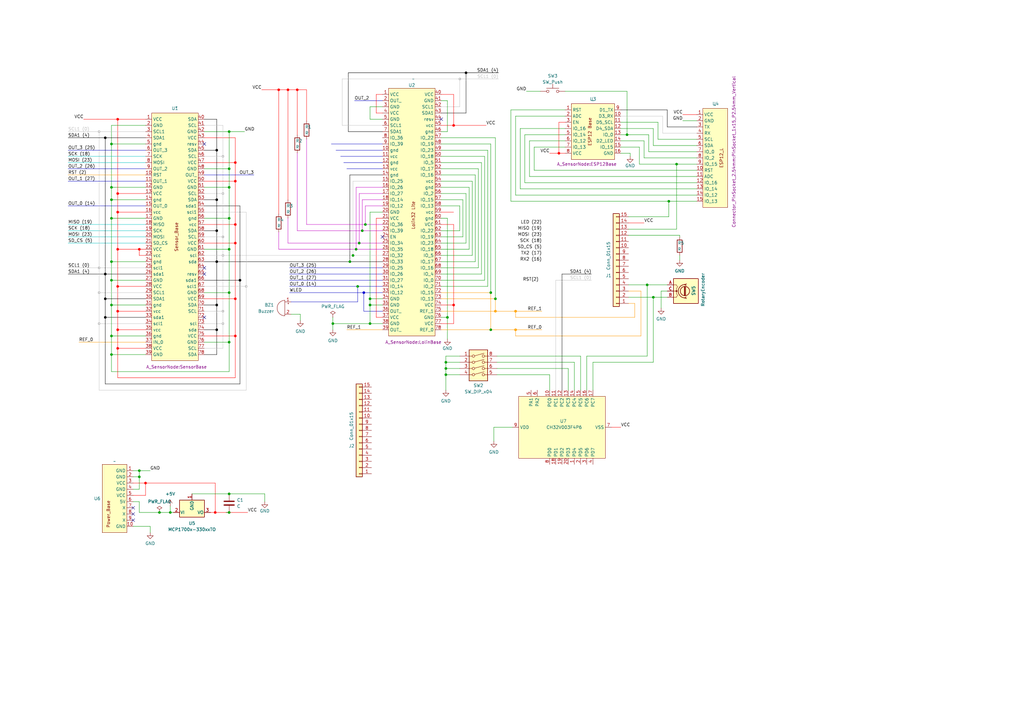
<source format=kicad_sch>
(kicad_sch (version 20230121) (generator eeschema)
  (paper "A3")
  (junction (at 211.455 127.635) (color 255 153 0 1))
  (junction (at 48.26 127.635) (color 255 0 0 1))
  (junction (at 65.405 210.185))
  (junction (at 48.26 86.995) (color 255 0 0 1))
  (junction (at 91.44 132.715) (color 194 194 194 1))
  (junction (at 277.495 67.31))
  (junction (at 48.26 117.475) (color 255 0 0 1))
  (junction (at 93.98 53.975))
  (junction (at 57.15 195.58))
  (junction (at 121.92 36.83) (color 255 0 0 1))
  (junction (at 48.26 142.875) (color 255 0 0 1))
  (junction (at 91.44 79.375) (color 194 194 194 1))
  (junction (at 88.9 81.915) (color 0 0 0 1))
  (junction (at 96.52 122.555) (color 255 0 0 1))
  (junction (at 146.685 117.475))
  (junction (at 201.295 135.255))
  (junction (at 146.05 102.235))
  (junction (at 96.52 99.695) (color 255 0 0 1))
  (junction (at 45.72 89.535))
  (junction (at 151.765 122.555))
  (junction (at 100.965 117.475) (color 194 194 194 1))
  (junction (at 147.32 99.695))
  (junction (at 88.9 61.595) (color 0 0 0 1))
  (junction (at 88.9 125.095) (color 0 0 0 1))
  (junction (at 40.64 109.855) (color 194 194 194 1))
  (junction (at 93.98 120.015))
  (junction (at 48.26 135.255) (color 255 0 0 1))
  (junction (at 40.64 120.015) (color 194 194 194 1))
  (junction (at 45.72 76.835))
  (junction (at 265.43 116.84))
  (junction (at 229.235 62.865) (color 255 0 0 1))
  (junction (at 143.51 107.315))
  (junction (at 151.765 132.715))
  (junction (at 91.44 127.635) (color 194 194 194 1))
  (junction (at 57.15 193.04))
  (junction (at 57.15 102.235) (color 255 0 0 1))
  (junction (at 257.175 55.245))
  (junction (at 93.98 102.235))
  (junction (at 45.72 145.415))
  (junction (at 91.44 97.155) (color 194 194 194 1))
  (junction (at 88.9 135.255) (color 0 0 0 1))
  (junction (at 45.72 107.315))
  (junction (at 182.88 153.67))
  (junction (at 48.26 48.895) (color 255 0 0 1))
  (junction (at 91.44 104.775) (color 194 194 194 1))
  (junction (at 96.52 92.075) (color 255 0 0 1))
  (junction (at 149.86 92.075))
  (junction (at 96.52 137.795) (color 255 0 0 1))
  (junction (at 149.225 120.015) (color 0 0 194 1))
  (junction (at 40.64 53.975) (color 194 194 194 1))
  (junction (at 114.3 36.83) (color 255 0 0 1))
  (junction (at 40.64 132.715) (color 194 194 194 1))
  (junction (at 48.26 79.375) (color 255 0 0 1))
  (junction (at 48.26 102.235) (color 255 0 0 1))
  (junction (at 186.055 51.435) (color 255 0 0 1))
  (junction (at 96.52 66.675) (color 255 0 0 1))
  (junction (at 45.72 81.915))
  (junction (at 43.18 122.555) (color 0 0 0 1))
  (junction (at 91.44 64.135) (color 194 194 194 1))
  (junction (at 201.295 120.015))
  (junction (at 183.515 130.175))
  (junction (at 88.9 94.615) (color 0 0 0 1))
  (junction (at 186.055 125.095) (color 255 0 0 1))
  (junction (at 93.98 202.565))
  (junction (at 69.85 210.185))
  (junction (at 59.69 198.12) (color 255 0 0 1))
  (junction (at 43.18 112.395) (color 0 0 0 1))
  (junction (at 88.265 210.185) (color 255 0 0 1))
  (junction (at 144.78 104.775))
  (junction (at 211.455 135.255) (color 255 153 0 1))
  (junction (at 45.72 125.095))
  (junction (at 182.88 151.13))
  (junction (at 96.52 74.295) (color 255 0 0 1))
  (junction (at 43.18 56.515) (color 0 0 0 1))
  (junction (at 118.11 36.83) (color 255 0 0 1))
  (junction (at 151.765 125.095))
  (junction (at 136.525 132.715))
  (junction (at 182.88 148.59))
  (junction (at 93.98 210.185))
  (junction (at 274.32 82.55))
  (junction (at 93.98 140.335))
  (junction (at 43.18 130.175) (color 0 0 0 1))
  (junction (at 203.2 127.635) (color 255 153 0 1))
  (junction (at 203.2 122.555))
  (junction (at 93.98 89.535))
  (junction (at 188.595 32.385) (color 194 194 194 1))
  (junction (at 45.72 59.055))
  (junction (at 93.98 69.215))
  (junction (at 93.98 76.835))
  (junction (at 191.135 29.845) (color 0 0 0 1))
  (junction (at 45.72 114.935))
  (junction (at 148.59 94.615))
  (junction (at 98.425 114.935) (color 0 0 0 1))
  (junction (at 88.9 107.315) (color 0 0 0 1))
  (junction (at 267.97 121.92))
  (junction (at 45.72 137.795))
  (no_connect (at 54.61 210.82))
  (no_connect (at 83.82 109.855))
  (no_connect (at 156.845 97.155))
  (no_connect (at 83.82 59.055))
  (no_connect (at 180.975 48.895))
  (no_connect (at 54.61 213.36))
  (no_connect (at 54.61 208.28))
  (no_connect (at 83.82 130.175))
  (no_connect (at 83.82 112.395))
  (wire (pts (xy 203.2 127.635) (xy 180.975 127.635)) (stroke (width 0) (color 255 153 0 1)))
  (wire (pts (xy 203.835 151.13) (xy 233.045 151.13)))
  (wire (pts (xy 140.335 51.435) (xy 140.335 32.385)) (stroke (width 0) (color 194 194 194 1)))
  (wire (pts (xy 182.88 151.13) (xy 182.88 153.67)))
  (wire (pts (xy 88.9 107.315) (xy 88.9 125.095)) (stroke (width 0) (color 0 0 0 1)))
  (wire (pts (xy 192.405 102.235) (xy 192.405 76.835)))
  (wire (pts (xy 194.945 107.315) (xy 194.945 71.755)))
  (wire (pts (xy 235.585 148.59) (xy 235.585 160.02)))
  (wire (pts (xy 43.18 130.175) (xy 59.69 130.175)) (stroke (width 0) (color 0 0 0 1)))
  (wire (pts (xy 83.82 140.335) (xy 93.98 140.335)))
  (wire (pts (xy 211.455 47.625) (xy 211.455 80.01)))
  (wire (pts (xy 119.38 123.825) (xy 146.685 123.825)) (stroke (width 0) (color 0 0 194 1)))
  (wire (pts (xy 183.515 130.175) (xy 180.975 130.175)))
  (wire (pts (xy 40.64 132.715) (xy 59.69 132.715)) (stroke (width 0) (color 194 194 194 1)))
  (wire (pts (xy 57.15 193.04) (xy 57.15 195.58)))
  (wire (pts (xy 83.82 107.315) (xy 88.9 107.315)) (stroke (width 0) (color 0 0 0 1)))
  (wire (pts (xy 151.765 48.895) (xy 156.845 48.895)))
  (wire (pts (xy 191.135 99.695) (xy 191.135 79.375)))
  (wire (pts (xy 231.775 50.165) (xy 229.235 50.165)) (stroke (width 0) (color 255 0 0 1)))
  (wire (pts (xy 40.64 109.855) (xy 40.64 120.015)) (stroke (width 0) (color 194 194 194 1)))
  (wire (pts (xy 93.98 102.235) (xy 83.82 102.235)))
  (wire (pts (xy 260.35 130.175) (xy 260.35 124.46)) (stroke (width 0) (color 255 153 0 1)))
  (wire (pts (xy 93.98 102.235) (xy 93.98 89.535)))
  (wire (pts (xy 40.64 160.02) (xy 100.965 160.02)) (stroke (width 0) (color 194 194 194 1)))
  (wire (pts (xy 280.035 49.53) (xy 285.75 49.53)))
  (wire (pts (xy 211.455 130.175) (xy 211.455 127.635)) (stroke (width 0) (color 255 153 0 1)))
  (wire (pts (xy 180.975 38.735) (xy 186.055 38.735)) (stroke (width 0) (color 255 0 0 1)))
  (wire (pts (xy 96.52 66.675) (xy 96.52 74.295)) (stroke (width 0) (color 255 0 0 1)))
  (wire (pts (xy 54.61 195.58) (xy 57.15 195.58)))
  (wire (pts (xy 243.205 148.59) (xy 243.205 160.02)))
  (wire (pts (xy 91.44 79.375) (xy 91.44 97.155)) (stroke (width 0) (color 194 194 194 1)))
  (wire (pts (xy 48.26 48.895) (xy 59.69 48.895)) (stroke (width 0) (color 255 0 0 1)))
  (wire (pts (xy 262.255 60.325) (xy 262.255 67.31)))
  (wire (pts (xy 231.775 60.325) (xy 219.075 60.325)))
  (wire (pts (xy 86.36 210.185) (xy 88.265 210.185)) (stroke (width 0) (color 255 0 0 1)))
  (wire (pts (xy 183.515 89.535) (xy 183.515 130.175)))
  (wire (pts (xy 147.32 79.375) (xy 156.845 79.375)) (stroke (width 0) (color 194 0 194 1)))
  (wire (pts (xy 191.135 79.375) (xy 180.975 79.375)))
  (wire (pts (xy 230.505 112.395) (xy 242.57 112.395)) (stroke (width 0) (color 0 0 0 1)))
  (wire (pts (xy 57.15 193.04) (xy 61.595 193.04)))
  (wire (pts (xy 93.98 53.975) (xy 100.33 53.975)))
  (wire (pts (xy 48.26 79.375) (xy 59.69 79.375)) (stroke (width 0) (color 255 0 0 1)))
  (wire (pts (xy 100.965 86.995) (xy 83.82 86.995)) (stroke (width 0) (color 194 194 194 1)))
  (wire (pts (xy 45.72 145.415) (xy 45.72 152.4)))
  (wire (pts (xy 156.845 120.015) (xy 149.225 120.015)) (stroke (width 0) (color 0 0 194 1)))
  (wire (pts (xy 146.05 102.235) (xy 146.05 76.835)) (stroke (width 0) (color 194 0 194 1)))
  (wire (pts (xy 180.975 94.615) (xy 188.595 94.615)))
  (wire (pts (xy 34.29 48.895) (xy 48.26 48.895)) (stroke (width 0) (color 255 0 0 1)))
  (wire (pts (xy 142.875 53.975) (xy 156.845 53.975)) (stroke (width 0) (color 0 0 0 1)))
  (wire (pts (xy 148.59 81.915) (xy 156.845 81.915)) (stroke (width 0) (color 194 0 194 1)))
  (wire (pts (xy 48.26 102.235) (xy 48.26 117.475)) (stroke (width 0) (color 255 0 0 1)))
  (wire (pts (xy 151.765 122.555) (xy 156.845 122.555)))
  (wire (pts (xy 88.9 61.595) (xy 88.9 81.915)) (stroke (width 0) (color 0 0 0 1)))
  (wire (pts (xy 27.94 84.455) (xy 59.69 84.455)) (stroke (width 0) (color 0 0 194 1)))
  (wire (pts (xy 45.72 137.795) (xy 59.69 137.795)))
  (wire (pts (xy 180.975 102.235) (xy 192.405 102.235)))
  (wire (pts (xy 43.18 112.395) (xy 43.18 122.555)) (stroke (width 0) (color 0 0 0 1)))
  (wire (pts (xy 43.18 122.555) (xy 43.18 130.175)) (stroke (width 0) (color 0 0 0 1)))
  (wire (pts (xy 273.685 119.38) (xy 271.145 119.38)))
  (wire (pts (xy 83.82 61.595) (xy 88.9 61.595)) (stroke (width 0) (color 0 0 0 1)))
  (wire (pts (xy 107.315 36.83) (xy 114.3 36.83)) (stroke (width 0) (color 255 0 0 1)))
  (wire (pts (xy 88.9 81.915) (xy 88.9 94.615)) (stroke (width 0) (color 0 0 0 1)))
  (wire (pts (xy 96.52 137.795) (xy 83.82 137.795)) (stroke (width 0) (color 255 0 0 1)))
  (wire (pts (xy 273.685 52.07) (xy 273.685 45.085)) (stroke (width 0) (color 0 0 0 1)))
  (wire (pts (xy 48.26 135.255) (xy 48.26 142.875)) (stroke (width 0) (color 255 0 0 1)))
  (wire (pts (xy 180.975 84.455) (xy 188.595 84.455)))
  (wire (pts (xy 101.6 210.185) (xy 93.98 210.185)) (stroke (width 0) (color 255 0 0 1)))
  (wire (pts (xy 180.975 135.255) (xy 201.295 135.255)) (stroke (width 0) (color 255 153 0 1)))
  (wire (pts (xy 88.9 125.095) (xy 83.82 125.095)) (stroke (width 0) (color 0 0 0 1)))
  (wire (pts (xy 149.225 120.015) (xy 149.225 127.635)) (stroke (width 0) (color 0 0 194 1)))
  (wire (pts (xy 118.11 36.83) (xy 121.92 36.83)) (stroke (width 0) (color 255 0 0 1)))
  (wire (pts (xy 186.055 51.435) (xy 199.39 51.435)) (stroke (width 0) (color 255 0 0 1)))
  (wire (pts (xy 61.595 215.9) (xy 61.595 218.44)))
  (wire (pts (xy 203.2 122.555) (xy 203.2 127.635)) (stroke (width 0) (color 255 153 0 1)))
  (wire (pts (xy 32.385 140.335) (xy 59.69 140.335)) (stroke (width 0) (color 255 153 0 1)))
  (wire (pts (xy 149.225 127.635) (xy 156.845 127.635)) (stroke (width 0) (color 0 0 194 1)))
  (wire (pts (xy 88.265 210.185) (xy 88.265 198.12)) (stroke (width 0) (color 255 0 0 1)))
  (wire (pts (xy 91.44 64.135) (xy 91.44 79.375)) (stroke (width 0) (color 194 194 194 1)))
  (wire (pts (xy 96.52 99.695) (xy 96.52 122.555)) (stroke (width 0) (color 255 0 0 1)))
  (wire (pts (xy 144.78 104.775) (xy 156.845 104.775)) (stroke (width 0) (color 194 194 194 1)))
  (wire (pts (xy 45.72 152.4) (xy 93.98 152.4)))
  (wire (pts (xy 203.835 148.59) (xy 235.585 148.59)))
  (wire (pts (xy 40.64 53.975) (xy 59.69 53.975)) (stroke (width 0) (color 194 194 194 1)))
  (wire (pts (xy 225.425 62.865) (xy 229.235 62.865)) (stroke (width 0) (color 255 0 0 1)))
  (wire (pts (xy 57.15 210.185) (xy 65.405 210.185)))
  (wire (pts (xy 137.795 61.595) (xy 156.845 61.595)) (stroke (width 0) (color 0 0 194 1)))
  (wire (pts (xy 45.72 51.435) (xy 59.69 51.435)))
  (wire (pts (xy 118.11 36.83) (xy 118.11 81.915)) (stroke (width 0) (color 255 0 0 1)))
  (wire (pts (xy 93.98 76.835) (xy 93.98 69.215)))
  (wire (pts (xy 114.3 95.25) (xy 114.3 102.235)) (stroke (width 0) (color 194 0 194 1)))
  (wire (pts (xy 98.425 114.935) (xy 98.425 157.48)) (stroke (width 0) (color 0 0 0 1)))
  (wire (pts (xy 188.595 32.385) (xy 188.595 43.815)) (stroke (width 0) (color 194 194 194 1)))
  (wire (pts (xy 48.26 135.255) (xy 59.69 135.255)) (stroke (width 0) (color 255 0 0 1)))
  (wire (pts (xy 45.72 76.835) (xy 59.69 76.835)))
  (wire (pts (xy 48.26 127.635) (xy 59.69 127.635)) (stroke (width 0) (color 255 0 0 1)))
  (wire (pts (xy 83.82 117.475) (xy 100.965 117.475)) (stroke (width 0) (color 194 194 194 1)))
  (wire (pts (xy 156.845 89.535) (xy 154.305 89.535)) (stroke (width 0) (color 255 0 0 1)))
  (wire (pts (xy 83.82 114.935) (xy 98.425 114.935)) (stroke (width 0) (color 0 0 0 1)))
  (wire (pts (xy 273.685 52.07) (xy 285.75 52.07)) (stroke (width 0) (color 0 0 0 1)))
  (wire (pts (xy 143.51 71.755) (xy 156.845 71.755)) (stroke (width 0) (color 0 0 0 1)))
  (wire (pts (xy 118.11 99.695) (xy 147.32 99.695)) (stroke (width 0) (color 194 0 194 1)))
  (wire (pts (xy 54.61 193.04) (xy 57.15 193.04)))
  (wire (pts (xy 188.595 153.67) (xy 182.88 153.67)))
  (wire (pts (xy 93.98 69.215) (xy 83.82 69.215)))
  (wire (pts (xy 118.745 117.475) (xy 146.685 117.475)) (stroke (width 0) (color 0 0 194 1)))
  (wire (pts (xy 269.875 57.15) (xy 269.875 50.165)))
  (wire (pts (xy 114.3 36.83) (xy 114.3 87.63)) (stroke (width 0) (color 255 0 0 1)))
  (wire (pts (xy 182.88 146.05) (xy 182.88 148.59)))
  (wire (pts (xy 254.635 62.865) (xy 258.445 62.865)))
  (wire (pts (xy 93.98 69.215) (xy 93.98 53.975)))
  (wire (pts (xy 125.73 57.15) (xy 125.73 92.075)) (stroke (width 0) (color 194 0 194 1)))
  (wire (pts (xy 93.98 120.015) (xy 93.98 102.235)))
  (wire (pts (xy 156.845 41.275) (xy 145.415 41.275)) (stroke (width 0) (color 0 0 194 1)))
  (wire (pts (xy 96.52 92.075) (xy 83.82 92.075)) (stroke (width 0) (color 255 0 0 1)))
  (wire (pts (xy 213.36 52.705) (xy 213.36 77.47)))
  (wire (pts (xy 43.18 122.555) (xy 59.69 122.555)) (stroke (width 0) (color 0 0 0 1)))
  (wire (pts (xy 183.515 41.275) (xy 183.515 53.975)))
  (wire (pts (xy 265.43 116.84) (xy 273.685 116.84)))
  (wire (pts (xy 135.89 59.055) (xy 156.845 59.055)) (stroke (width 0) (color 0 0 194 1)))
  (wire (pts (xy 180.975 117.475) (xy 200.025 117.475)))
  (wire (pts (xy 271.78 47.625) (xy 254.635 47.625)) (stroke (width 0) (color 194 194 194 1)))
  (wire (pts (xy 254.635 55.245) (xy 257.175 55.245)))
  (wire (pts (xy 93.98 76.835) (xy 83.82 76.835)))
  (wire (pts (xy 215.265 55.245) (xy 215.265 74.93)))
  (wire (pts (xy 27.94 71.755) (xy 59.69 71.755)) (stroke (width 0) (color 255 153 0 1)))
  (wire (pts (xy 118.745 112.395) (xy 156.845 112.395)) (stroke (width 0) (color 0 0 194 1)))
  (wire (pts (xy 114.3 36.83) (xy 118.11 36.83)) (stroke (width 0) (color 255 0 0 1)))
  (wire (pts (xy 188.595 43.815) (xy 180.975 43.815)) (stroke (width 0) (color 194 194 194 1)))
  (wire (pts (xy 188.595 148.59) (xy 182.88 148.59)))
  (wire (pts (xy 188.595 151.13) (xy 182.88 151.13)))
  (wire (pts (xy 48.26 117.475) (xy 48.26 127.635)) (stroke (width 0) (color 255 0 0 1)))
  (wire (pts (xy 96.52 66.675) (xy 83.82 66.675)) (stroke (width 0) (color 255 0 0 1)))
  (wire (pts (xy 121.92 36.83) (xy 125.73 36.83)) (stroke (width 0) (color 255 0 0 1)))
  (wire (pts (xy 146.05 102.235) (xy 156.845 102.235)) (stroke (width 0) (color 194 0 194 1)))
  (wire (pts (xy 180.975 120.015) (xy 201.295 120.015)) (stroke (width 0) (color 255 153 0 1)))
  (wire (pts (xy 257.81 119.38) (xy 262.89 119.38)) (stroke (width 0) (color 255 153 0 1)))
  (wire (pts (xy 27.94 69.215) (xy 59.69 69.215)) (stroke (width 0) (color 0 0 194 1)))
  (wire (pts (xy 96.52 92.075) (xy 96.52 99.695)) (stroke (width 0) (color 255 0 0 1)))
  (wire (pts (xy 266.065 62.23) (xy 266.065 55.245)))
  (wire (pts (xy 267.97 52.705) (xy 254.635 52.705)))
  (wire (pts (xy 182.88 153.67) (xy 182.88 160.02)))
  (wire (pts (xy 45.72 137.795) (xy 45.72 145.415)))
  (wire (pts (xy 186.055 125.095) (xy 180.975 125.095)) (stroke (width 0) (color 255 0 0 1)))
  (wire (pts (xy 100.965 86.995) (xy 100.965 117.475)) (stroke (width 0) (color 194 194 194 1)))
  (wire (pts (xy 211.455 130.175) (xy 260.35 130.175)) (stroke (width 0) (color 255 153 0 1)))
  (wire (pts (xy 27.94 94.615) (xy 59.69 94.615)) (stroke (width 0) (color 0 194 194 1)))
  (wire (pts (xy 96.52 99.695) (xy 83.82 99.695)) (stroke (width 0) (color 255 0 0 1)))
  (wire (pts (xy 209.55 45.085) (xy 209.55 82.55)))
  (wire (pts (xy 143.51 107.315) (xy 143.51 71.755)) (stroke (width 0) (color 0 0 0 1)))
  (wire (pts (xy 254.635 57.785) (xy 264.16 57.785)))
  (wire (pts (xy 48.26 102.235) (xy 57.15 102.235)) (stroke (width 0) (color 255 0 0 1)))
  (wire (pts (xy 69.85 207.645) (xy 69.85 210.185)))
  (wire (pts (xy 151.765 86.995) (xy 151.765 122.555)))
  (wire (pts (xy 148.59 94.615) (xy 156.845 94.615)) (stroke (width 0) (color 194 0 194 1)))
  (wire (pts (xy 123.19 128.905) (xy 123.19 131.445)))
  (wire (pts (xy 93.98 210.185) (xy 92.71 210.185)))
  (wire (pts (xy 274.32 82.55) (xy 274.32 88.9)))
  (wire (pts (xy 43.18 56.515) (xy 59.69 56.515)) (stroke (width 0) (color 0 0 0 1)))
  (wire (pts (xy 91.44 127.635) (xy 83.82 127.635)) (stroke (width 0) (color 194 194 194 1)))
  (wire (pts (xy 219.075 60.325) (xy 219.075 69.85)))
  (wire (pts (xy 45.72 89.535) (xy 45.72 107.315)))
  (wire (pts (xy 93.98 120.015) (xy 83.82 120.015)))
  (wire (pts (xy 45.72 59.055) (xy 59.69 59.055)))
  (wire (pts (xy 203.835 153.67) (xy 225.425 153.67)))
  (wire (pts (xy 278.765 97.155) (xy 278.765 96.52)))
  (wire (pts (xy 180.975 76.835) (xy 192.405 76.835)))
  (wire (pts (xy 118.11 89.535) (xy 118.11 99.695)) (stroke (width 0) (color 194 0 194 1)))
  (wire (pts (xy 149.86 92.075) (xy 156.845 92.075)) (stroke (width 0) (color 194 0 194 1)))
  (wire (pts (xy 188.595 32.385) (xy 204.47 32.385)) (stroke (width 0) (color 194 194 194 1)))
  (wire (pts (xy 278.765 96.52) (xy 257.81 96.52)))
  (wire (pts (xy 271.78 54.61) (xy 271.78 47.625)) (stroke (width 0) (color 194 194 194 1)))
  (wire (pts (xy 108.585 202.565) (xy 108.585 205.74)))
  (wire (pts (xy 83.82 145.415) (xy 88.9 145.415)) (stroke (width 0) (color 0 0 0 1)))
  (wire (pts (xy 180.975 122.555) (xy 203.2 122.555)) (stroke (width 0) (color 255 153 0 1)))
  (wire (pts (xy 57.15 205.74) (xy 54.61 205.74)))
  (wire (pts (xy 83.82 97.155) (xy 91.44 97.155)) (stroke (width 0) (color 194 194 194 1)))
  (wire (pts (xy 257.81 116.84) (xy 265.43 116.84)))
  (wire (pts (xy 280.035 46.99) (xy 285.75 46.99)) (stroke (width 0) (color 255 0 0 1)))
  (wire (pts (xy 69.85 210.185) (xy 71.12 210.185)))
  (wire (pts (xy 43.18 157.48) (xy 98.425 157.48)) (stroke (width 0) (color 0 0 0 1)))
  (wire (pts (xy 180.975 132.715) (xy 186.055 132.715)) (stroke (width 0) (color 255 0 0 1)))
  (wire (pts (xy 209.55 45.085) (xy 231.775 45.085)))
  (wire (pts (xy 209.55 82.55) (xy 274.32 82.55)))
  (wire (pts (xy 43.18 56.515) (xy 43.18 112.395)) (stroke (width 0) (color 0 0 0 1)))
  (wire (pts (xy 186.055 132.715) (xy 186.055 125.095)) (stroke (width 0) (color 255 0 0 1)))
  (wire (pts (xy 180.975 104.775) (xy 193.675 104.775)))
  (wire (pts (xy 229.235 62.865) (xy 231.775 62.865)) (stroke (width 0) (color 255 0 0 1)))
  (wire (pts (xy 48.26 86.995) (xy 59.69 86.995)) (stroke (width 0) (color 255 0 0 1)))
  (wire (pts (xy 180.975 109.855) (xy 196.215 109.855)))
  (wire (pts (xy 59.69 198.12) (xy 59.69 203.2)) (stroke (width 0) (color 255 0 0 1)))
  (wire (pts (xy 88.265 198.12) (xy 59.69 198.12)) (stroke (width 0) (color 255 0 0 1)))
  (wire (pts (xy 180.975 97.155) (xy 189.865 97.155)))
  (wire (pts (xy 203.2 127.635) (xy 211.455 127.635)) (stroke (width 0) (color 255 153 0 1)))
  (wire (pts (xy 211.455 135.255) (xy 211.455 137.795)) (stroke (width 0) (color 255 153 0 1)))
  (wire (pts (xy 78.74 202.565) (xy 93.98 202.565)))
  (wire (pts (xy 48.26 48.895) (xy 48.26 79.375)) (stroke (width 0) (color 255 0 0 1)))
  (wire (pts (xy 142.875 29.845) (xy 191.135 29.845)) (stroke (width 0) (color 0 0 0 1)))
  (wire (pts (xy 93.98 140.335) (xy 93.98 152.4)))
  (wire (pts (xy 230.505 112.395) (xy 230.505 160.02)) (stroke (width 0) (color 0 0 0 1)))
  (wire (pts (xy 188.595 146.05) (xy 182.88 146.05)))
  (wire (pts (xy 59.69 203.2) (xy 54.61 203.2)) (stroke (width 0) (color 255 0 0 1)))
  (wire (pts (xy 40.64 120.015) (xy 59.69 120.015)) (stroke (width 0) (color 194 194 194 1)))
  (wire (pts (xy 88.9 107.315) (xy 143.51 107.315)) (stroke (width 0) (color 0 0 0 1)))
  (wire (pts (xy 183.515 53.975) (xy 180.975 53.975)))
  (wire (pts (xy 215.9 37.465) (xy 221.615 37.465)))
  (wire (pts (xy 180.975 51.435) (xy 186.055 51.435)) (stroke (width 0) (color 255 0 0 1)))
  (wire (pts (xy 27.94 99.695) (xy 59.69 99.695)) (stroke (width 0) (color 0 194 194 1)))
  (wire (pts (xy 27.94 66.675) (xy 59.69 66.675)) (stroke (width 0) (color 0 194 194 1)))
  (wire (pts (xy 45.72 114.935) (xy 59.69 114.935)))
  (wire (pts (xy 136.525 130.175) (xy 136.525 132.715)))
  (wire (pts (xy 146.05 76.835) (xy 156.845 76.835)) (stroke (width 0) (color 194 0 194 1)))
  (wire (pts (xy 91.44 104.775) (xy 144.78 104.775)) (stroke (width 0) (color 194 194 194 1)))
  (wire (pts (xy 118.745 109.855) (xy 156.845 109.855)) (stroke (width 0) (color 0 0 194 1)))
  (wire (pts (xy 57.15 210.185) (xy 57.15 205.74)))
  (wire (pts (xy 257.81 93.98) (xy 277.495 93.98)))
  (wire (pts (xy 262.255 67.31) (xy 277.495 67.31)))
  (wire (pts (xy 260.35 124.46) (xy 257.81 124.46)) (stroke (width 0) (color 255 153 0 1)))
  (wire (pts (xy 121.92 36.83) (xy 121.92 55.245)) (stroke (width 0) (color 255 0 0 1)))
  (wire (pts (xy 83.82 94.615) (xy 88.9 94.615)) (stroke (width 0) (color 0 0 0 1)))
  (wire (pts (xy 231.775 47.625) (xy 211.455 47.625)))
  (wire (pts (xy 83.82 48.895) (xy 88.9 48.895)) (stroke (width 0) (color 0 0 0 1)))
  (wire (pts (xy 217.17 72.39) (xy 285.75 72.39)))
  (wire (pts (xy 266.065 62.23) (xy 285.75 62.23)))
  (wire (pts (xy 96.52 122.555) (xy 96.52 137.795)) (stroke (width 0) (color 255 0 0 1)))
  (wire (pts (xy 83.82 74.295) (xy 96.52 74.295)) (stroke (width 0) (color 255 0 0 1)))
  (wire (pts (xy 40.64 132.715) (xy 40.64 160.02)) (stroke (width 0) (color 194 194 194 1)))
  (wire (pts (xy 227.965 114.935) (xy 242.57 114.935)) (stroke (width 0) (color 194 194 194 1)))
  (wire (pts (xy 114.3 102.235) (xy 146.05 102.235)) (stroke (width 0) (color 194 0 194 1)))
  (wire (pts (xy 264.16 64.77) (xy 285.75 64.77)))
  (wire (pts (xy 191.135 29.845) (xy 191.135 46.355)) (stroke (width 0) (color 0 0 0 1)))
  (wire (pts (xy 183.515 130.175) (xy 183.515 139.065)))
  (wire (pts (xy 27.94 64.135) (xy 59.69 64.135)) (stroke (width 0) (color 0 194 194 1)))
  (wire (pts (xy 45.72 59.055) (xy 45.72 76.835)))
  (wire (pts (xy 118.745 120.015) (xy 149.225 120.015)) (stroke (width 0) (color 0 0 194 1)))
  (wire (pts (xy 142.24 135.255) (xy 156.845 135.255)) (stroke (width 0) (color 255 153 0 1)))
  (wire (pts (xy 196.215 69.215) (xy 180.975 69.215)))
  (wire (pts (xy 96.52 74.295) (xy 96.52 92.075)) (stroke (width 0) (color 255 0 0 1)))
  (wire (pts (xy 91.44 51.435) (xy 91.44 64.135)) (stroke (width 0) (color 194 194 194 1)))
  (wire (pts (xy 27.94 109.855) (xy 40.64 109.855)) (stroke (width 0) (color 194 194 194 1)))
  (wire (pts (xy 45.72 81.915) (xy 45.72 89.535)))
  (wire (pts (xy 215.265 74.93) (xy 285.75 74.93)))
  (wire (pts (xy 267.97 59.69) (xy 267.97 52.705)))
  (wire (pts (xy 194.945 71.755) (xy 180.975 71.755)))
  (wire (pts (xy 45.72 114.935) (xy 45.72 125.095)))
  (wire (pts (xy 271.78 54.61) (xy 285.75 54.61)) (stroke (width 0) (color 194 194 194 1)))
  (wire (pts (xy 278.765 104.775) (xy 278.765 106.68)))
  (wire (pts (xy 203.2 56.515) (xy 203.2 122.555)))
  (wire (pts (xy 98.425 84.455) (xy 83.82 84.455)) (stroke (width 0) (color 0 0 0 1)))
  (wire (pts (xy 93.98 140.335) (xy 93.98 120.015)))
  (wire (pts (xy 243.205 148.59) (xy 267.97 148.59)))
  (wire (pts (xy 193.675 104.775) (xy 193.675 74.295)))
  (wire (pts (xy 238.125 146.05) (xy 238.125 160.02)))
  (wire (pts (xy 149.86 84.455) (xy 156.845 84.455)) (stroke (width 0) (color 194 0 194 1)))
  (wire (pts (xy 146.685 123.825) (xy 146.685 117.475)) (stroke (width 0) (color 0 0 194 1)))
  (wire (pts (xy 149.86 92.075) (xy 149.86 84.455)) (stroke (width 0) (color 194 0 194 1)))
  (wire (pts (xy 231.775 57.785) (xy 217.17 57.785)))
  (wire (pts (xy 227.965 114.935) (xy 227.965 160.02)) (stroke (width 0) (color 194 194 194 1)))
  (wire (pts (xy 254.635 50.165) (xy 269.875 50.165)))
  (wire (pts (xy 180.975 92.075) (xy 186.055 92.075)) (stroke (width 0) (color 255 0 0 1)))
  (wire (pts (xy 45.72 107.315) (xy 59.69 107.315)))
  (wire (pts (xy 96.52 56.515) (xy 96.52 66.675)) (stroke (width 0) (color 255 0 0 1)))
  (wire (pts (xy 83.82 51.435) (xy 91.44 51.435)) (stroke (width 0) (color 194 194 194 1)))
  (wire (pts (xy 156.845 38.735) (xy 154.305 38.735)) (stroke (width 0) (color 255 0 0 1)))
  (wire (pts (xy 219.075 69.85) (xy 285.75 69.85)))
  (wire (pts (xy 277.495 67.31) (xy 277.495 93.98)))
  (wire (pts (xy 54.61 215.9) (xy 61.595 215.9)))
  (wire (pts (xy 217.17 57.785) (xy 217.17 72.39)))
  (wire (pts (xy 139.7 64.135) (xy 156.845 64.135)) (stroke (width 0) (color 0 0 194 1)))
  (wire (pts (xy 45.72 145.415) (xy 59.69 145.415)))
  (wire (pts (xy 140.97 66.675) (xy 156.845 66.675)) (stroke (width 0) (color 0 0 194 1)))
  (wire (pts (xy 197.485 66.675) (xy 180.975 66.675)))
  (wire (pts (xy 48.26 86.995) (xy 48.26 102.235)) (stroke (width 0) (color 255 0 0 1)))
  (wire (pts (xy 264.16 91.44) (xy 257.81 91.44)) (stroke (width 0) (color 255 0 0 1)))
  (wire (pts (xy 180.975 107.315) (xy 194.945 107.315)))
  (wire (pts (xy 265.43 146.05) (xy 265.43 116.84)))
  (wire (pts (xy 147.32 99.695) (xy 156.845 99.695)) (stroke (width 0) (color 194 0 194 1)))
  (wire (pts (xy 48.26 127.635) (xy 48.26 135.255)) (stroke (width 0) (color 255 0 0 1)))
  (wire (pts (xy 201.295 135.255) (xy 211.455 135.255)) (stroke (width 0) (color 255 153 0 1)))
  (wire (pts (xy 91.44 132.715) (xy 91.44 142.875)) (stroke (width 0) (color 194 194 194 1)))
  (wire (pts (xy 146.685 117.475) (xy 156.845 117.475)) (stroke (width 0) (color 0 0 194 1)))
  (wire (pts (xy 202.565 180.975) (xy 202.565 175.26)))
  (wire (pts (xy 91.44 64.135) (xy 83.82 64.135)) (stroke (width 0) (color 194 194 194 1)))
  (wire (pts (xy 27.94 112.395) (xy 43.18 112.395)) (stroke (width 0) (color 0 0 0 1)))
  (wire (pts (xy 96.52 122.555) (xy 83.82 122.555)) (stroke (width 0) (color 255 0 0 1)))
  (wire (pts (xy 258.445 62.865) (xy 258.445 64.135)))
  (wire (pts (xy 201.295 120.015) (xy 201.295 135.255)) (stroke (width 0) (color 255 153 0 1)))
  (wire (pts (xy 257.81 88.9) (xy 274.32 88.9)))
  (wire (pts (xy 202.565 175.26) (xy 210.185 175.26)))
  (wire (pts (xy 156.845 86.995) (xy 151.765 86.995)))
  (wire (pts (xy 180.975 86.995) (xy 186.055 86.995)) (stroke (width 0) (color 255 0 0 1)))
  (wire (pts (xy 118.745 114.935) (xy 156.845 114.935)) (stroke (width 0) (color 0 0 194 1)))
  (wire (pts (xy 180.975 99.695) (xy 191.135 99.695)))
  (wire (pts (xy 191.135 46.355) (xy 180.975 46.355)) (stroke (width 0) (color 0 0 0 1)))
  (wire (pts (xy 54.61 198.12) (xy 59.69 198.12)) (stroke (width 0) (color 255 0 0 1)))
  (wire (pts (xy 200.025 117.475) (xy 200.025 61.595)))
  (wire (pts (xy 211.455 80.01) (xy 285.75 80.01)))
  (wire (pts (xy 83.82 104.775) (xy 91.44 104.775)) (stroke (width 0) (color 194 194 194 1)))
  (wire (pts (xy 151.765 125.095) (xy 156.845 125.095)))
  (wire (pts (xy 148.59 94.615) (xy 148.59 81.915)) (stroke (width 0) (color 194 0 194 1)))
  (wire (pts (xy 27.94 92.075) (xy 59.69 92.075)) (stroke (width 0) (color 0 194 194 1)))
  (wire (pts (xy 91.44 104.775) (xy 91.44 127.635)) (stroke (width 0) (color 194 194 194 1)))
  (wire (pts (xy 213.36 77.47) (xy 285.75 77.47)))
  (wire (pts (xy 45.72 89.535) (xy 59.69 89.535)))
  (wire (pts (xy 193.675 74.295) (xy 180.975 74.295)))
  (wire (pts (xy 57.15 195.58) (xy 57.15 200.66)))
  (wire (pts (xy 144.78 74.295) (xy 156.845 74.295)) (stroke (width 0) (color 194 194 194 1)))
  (wire (pts (xy 188.595 94.615) (xy 188.595 84.455)))
  (wire (pts (xy 191.135 29.845) (xy 204.47 29.845)) (stroke (width 0) (color 0 0 0 1)))
  (wire (pts (xy 264.16 57.785) (xy 264.16 64.77)))
  (wire (pts (xy 125.73 36.83) (xy 125.73 49.53)) (stroke (width 0) (color 255 0 0 1)))
  (wire (pts (xy 144.78 104.775) (xy 144.78 74.295)) (stroke (width 0) (color 194 194 194 1)))
  (wire (pts (xy 125.73 92.075) (xy 149.86 92.075)) (stroke (width 0) (color 194 0 194 1)))
  (wire (pts (xy 40.64 109.855) (xy 59.69 109.855)) (stroke (width 0) (color 194 194 194 1)))
  (wire (pts (xy 273.685 45.085) (xy 254.635 45.085)) (stroke (width 0) (color 0 0 0 1)))
  (wire (pts (xy 180.975 89.535) (xy 183.515 89.535)))
  (wire (pts (xy 140.335 51.435) (xy 156.845 51.435)) (stroke (width 0) (color 194 194 194 1)))
  (wire (pts (xy 200.025 61.595) (xy 180.975 61.595)))
  (wire (pts (xy 267.97 148.59) (xy 267.97 121.92)))
  (wire (pts (xy 154.305 46.355) (xy 156.845 46.355)) (stroke (width 0) (color 255 0 0 1)))
  (wire (pts (xy 180.975 114.935) (xy 198.755 114.935)))
  (wire (pts (xy 254.635 60.325) (xy 262.255 60.325)))
  (wire (pts (xy 88.9 94.615) (xy 88.9 107.315)) (stroke (width 0) (color 0 0 0 1)))
  (wire (pts (xy 45.72 125.095) (xy 45.72 137.795)))
  (wire (pts (xy 54.61 200.66) (xy 57.15 200.66)))
  (wire (pts (xy 96.52 137.795) (xy 96.52 154.94)) (stroke (width 0) (color 255 0 0 1)))
  (wire (pts (xy 182.88 148.59) (xy 182.88 151.13)))
  (wire (pts (xy 186.055 38.735) (xy 186.055 51.435)) (stroke (width 0) (color 255 0 0 1)))
  (wire (pts (xy 267.97 121.92) (xy 273.685 121.92)))
  (wire (pts (xy 186.055 92.075) (xy 186.055 125.095)) (stroke (width 0) (color 255 0 0 1)))
  (wire (pts (xy 43.18 130.175) (xy 43.18 157.48)) (stroke (width 0) (color 0 0 0 1)))
  (wire (pts (xy 83.82 71.755) (xy 104.14 71.755)) (stroke (width 0) (color 0 0 194 1)))
  (wire (pts (xy 274.32 82.55) (xy 285.75 82.55)))
  (wire (pts (xy 27.94 74.295) (xy 59.69 74.295)) (stroke (width 0) (color 0 0 194 1)))
  (wire (pts (xy 250.825 175.26) (xy 254.635 175.26)) (stroke (width 0) (color 255 0 0 1)))
  (wire (pts (xy 196.215 109.855) (xy 196.215 69.215)))
  (wire (pts (xy 211.455 135.255) (xy 222.25 135.255)) (stroke (width 0) (color 255 153 0 1)))
  (wire (pts (xy 88.9 48.895) (xy 88.9 61.595)) (stroke (width 0) (color 0 0 0 1)))
  (wire (pts (xy 180.975 112.395) (xy 197.485 112.395)))
  (wire (pts (xy 88.9 135.255) (xy 88.9 125.095)) (stroke (width 0) (color 0 0 0 1)))
  (wire (pts (xy 180.975 56.515) (xy 203.2 56.515)))
  (wire (pts (xy 91.44 142.875) (xy 83.82 142.875)) (stroke (width 0) (color 194 194 194 1)))
  (wire (pts (xy 91.44 127.635) (xy 91.44 132.715)) (stroke (width 0) (color 194 194 194 1)))
  (wire (pts (xy 211.455 137.795) (xy 262.89 137.795)) (stroke (width 0) (color 255 153 0 1)))
  (wire (pts (xy 269.875 57.15) (xy 285.75 57.15)))
  (wire (pts (xy 142.24 69.215) (xy 156.845 69.215)) (stroke (width 0) (color 0 0 194 1)))
  (wire (pts (xy 136.525 132.715) (xy 151.765 132.715)))
  (wire (pts (xy 91.44 79.375) (xy 83.82 79.375)) (stroke (width 0) (color 194 194 194 1)))
  (wire (pts (xy 140.335 32.385) (xy 188.595 32.385)) (stroke (width 0) (color 194 194 194 1)))
  (wire (pts (xy 203.835 146.05) (xy 238.125 146.05)))
  (wire (pts (xy 98.425 84.455) (xy 98.425 114.935)) (stroke (width 0) (color 0 0 0 1)))
  (wire (pts (xy 151.765 132.715) (xy 156.845 132.715)))
  (wire (pts (xy 93.98 202.565) (xy 108.585 202.565)))
  (wire (pts (xy 267.97 59.69) (xy 285.75 59.69)))
  (wire (pts (xy 93.98 53.975) (xy 83.82 53.975)))
  (wire (pts (xy 57.15 104.775) (xy 57.15 102.235)) (stroke (width 0) (color 255 0 0 1)))
  (wire (pts (xy 211.455 127.635) (xy 222.25 127.635)) (stroke (width 0) (color 255 153 0 1)))
  (wire (pts (xy 123.19 128.905) (xy 119.38 128.905)))
  (wire (pts (xy 197.485 112.395) (xy 197.485 66.675)))
  (wire (pts (xy 154.305 89.535) (xy 154.305 130.175)) (stroke (width 0) (color 255 0 0 1)))
  (wire (pts (xy 43.18 112.395) (xy 59.69 112.395)) (stroke (width 0) (color 0 0 0 1)))
  (wire (pts (xy 83.82 132.715) (xy 91.44 132.715)) (stroke (width 0) (color 194 194 194 1)))
  (wire (pts (xy 91.44 97.155) (xy 91.44 104.775)) (stroke (width 0) (color 194 194 194 1)))
  (wire (pts (xy 121.92 94.615) (xy 148.59 94.615)) (stroke (width 0) (color 194 0 194 1)))
  (wire (pts (xy 83.82 135.255) (xy 88.9 135.255)) (stroke (width 0) (color 0 0 0 1)))
  (wire (pts (xy 225.425 160.02) (xy 225.425 153.67)))
  (wire (pts (xy 40.64 53.975) (xy 40.64 109.855)) (stroke (width 0) (color 194 194 194 1)))
  (wire (pts (xy 93.98 89.535) (xy 93.98 76.835)))
  (wire (pts (xy 57.15 102.235) (xy 59.69 102.235)) (stroke (width 0) (color 255 0 0 1)))
  (wire (pts (xy 231.775 37.465) (xy 257.175 37.465)))
  (wire (pts (xy 65.405 210.185) (xy 69.85 210.185)))
  (wire (pts (xy 48.26 79.375) (xy 48.26 86.995)) (stroke (width 0) (color 255 0 0 1)))
  (wire (pts (xy 88.9 145.415) (xy 88.9 135.255)) (stroke (width 0) (color 0 0 0 1)))
  (wire (pts (xy 233.045 151.13) (xy 233.045 160.02)))
  (wire (pts (xy 83.82 81.915) (xy 88.9 81.915)) (stroke (width 0) (color 0 0 0 1)))
  (wire (pts (xy 45.72 125.095) (xy 59.69 125.095)))
  (wire (pts (xy 257.175 37.465) (xy 257.175 55.245)))
  (wire (pts (xy 154.305 130.175) (xy 156.845 130.175)) (stroke (width 0) (color 255 0 0 1)))
  (wire (pts (xy 45.72 76.835) (xy 45.72 81.915)))
  (wire (pts (xy 240.665 146.05) (xy 265.43 146.05)))
  (wire (pts (xy 45.72 51.435) (xy 45.72 59.055)))
  (wire (pts (xy 231.775 55.245) (xy 215.265 55.245)))
  (wire (pts (xy 136.525 132.715) (xy 136.525 135.255)))
  (wire (pts (xy 277.495 67.31) (xy 285.75 67.31)))
  (wire (pts (xy 262.89 119.38) (xy 262.89 137.795)) (stroke (width 0) (color 255 153 0 1)))
  (wire (pts (xy 121.92 62.865) (xy 121.92 94.615)) (stroke (width 0) (color 194 0 194 1)))
  (wire (pts (xy 151.765 122.555) (xy 151.765 125.095)))
  (wire (pts (xy 189.865 81.915) (xy 180.975 81.915)))
  (wire (pts (xy 257.81 121.92) (xy 267.97 121.92)))
  (wire (pts (xy 198.755 114.935) (xy 198.755 64.135)))
  (wire (pts (xy 48.26 117.475) (xy 59.69 117.475)) (stroke (width 0) (color 255 0 0 1)))
  (wire (pts (xy 40.64 120.015) (xy 40.64 132.715)) (stroke (width 0) (color 194 194 194 1)))
  (wire (pts (xy 229.235 50.165) (xy 229.235 62.865)) (stroke (width 0) (color 255 0 0 1)))
  (wire (pts (xy 48.26 142.875) (xy 48.26 154.94)) (stroke (width 0) (color 255 0 0 1)))
  (wire (pts (xy 266.065 55.245) (xy 257.175 55.245)))
  (wire (pts (xy 45.72 107.315) (xy 45.72 114.935)))
  (wire (pts (xy 180.975 59.055) (xy 201.295 59.055)))
  (wire (pts (xy 231.775 52.705) (xy 213.36 52.705)))
  (wire (pts (xy 27.94 97.155) (xy 59.69 97.155)) (stroke (width 0) (color 0 194 194 1)))
  (wire (pts (xy 27.94 61.595) (xy 59.69 61.595)) (stroke (width 0) (color 0 0 194 1)))
  (wire (pts (xy 156.845 43.815) (xy 151.765 43.815)))
  (wire (pts (xy 27.94 56.515) (xy 43.18 56.515)) (stroke (width 0) (color 0 0 0 1)))
  (wire (pts (xy 143.51 107.315) (xy 156.845 107.315)) (stroke (width 0) (color 0 0 0 1)))
  (wire (pts (xy 45.72 81.915) (xy 59.69 81.915)))
  (wire (pts (xy 151.765 125.095) (xy 151.765 132.715)))
  (wire (pts (xy 59.69 104.775) (xy 57.15 104.775)) (stroke (width 0) (color 255 0 0 1)))
  (wire (pts (xy 93.98 89.535) (xy 83.82 89.535)))
  (wire (pts (xy 271.145 119.38) (xy 271.145 126.365)))
  (wire (pts (xy 201.295 59.055) (xy 201.295 120.015)))
  (wire (pts (xy 154.305 38.735) (xy 154.305 46.355)) (stroke (width 0) (color 255 0 0 1)))
  (wire (pts (xy 100.965 117.475) (xy 100.965 160.02)) (stroke (width 0) (color 194 194 194 1)))
  (wire (pts (xy 147.32 99.695) (xy 147.32 79.375)) (stroke (width 0) (color 194 0 194 1)))
  (wire (pts (xy 48.26 142.875) (xy 59.69 142.875)) (stroke (width 0) (color 255 0 0 1)))
  (wire (pts (xy 189.865 97.155) (xy 189.865 81.915)))
  (wire (pts (xy 27.94 53.975) (xy 40.64 53.975)) (stroke (width 0) (color 194 194 194 1)))
  (wire (pts (xy 198.755 64.135) (xy 180.975 64.135)))
  (wire (pts (xy 142.875 29.845) (xy 142.875 53.975)) (stroke (width 0) (color 0 0 0 1)))
  (wire (pts (xy 151.765 43.815) (xy 151.765 48.895)))
  (wire (pts (xy 180.975 41.275) (xy 183.515 41.275)))
  (wire (pts (xy 48.26 154.94) (xy 96.52 154.94)) (stroke (width 0) (color 255 0 0 1)))
  (wire (pts (xy 240.665 160.02) (xy 240.665 146.05)))
  (wire (pts (xy 88.265 210.185) (xy 93.98 210.185)) (stroke (width 0) (color 255 0 0 1)))
  (wire (pts (xy 83.82 56.515) (xy 96.52 56.515)) (stroke (width 0) (color 255 0 0 1)))
  (label "OUT_0 (14)" (at 118.745 117.475 0))
  (label "OUT_0 (14)" (at 27.94 84.455 0))
  (label "VCC" (at 199.39 51.435 0))
  (label "SCL1 (0)" (at 204.47 32.385 180))
  (label "VCC" (at 101.6 210.185 0))
  (label "MOSI (23)" (at 27.94 97.155 0))
  (label "SCK (18)" (at 27.94 94.615 0))
  (label "MISO (19)" (at 27.94 92.075 0))
  (label "GND" (at 61.595 193.04 0))
  (label "LED (22)" (at 222.25 92.075 180))
  (label "SDA1 (4)" (at 27.94 56.515 0))
  (label "OUT_2 (26)" (at 118.745 112.395 0))
  (label "WLED" (at 118.745 120.015 0))
  (label "REF_0" (at 32.385 140.335 0))
  (label "TX2 (17)" (at 222.25 104.775 180))
  (label "SCK (18)" (at 27.94 64.135 0))
  (label "SDA1 (4)" (at 242.57 112.395 180))
  (label "VCC" (at 254.635 175.26 0))
  (label "OUT_1 (27)" (at 118.745 114.935 0))
  (label "REF_0" (at 222.25 135.255 180))
  (label "OUT_3 (25)" (at 118.745 109.855 0))
  (label "SCL1 (0)" (at 27.94 53.975 0))
  (label "REF_1" (at 142.24 135.255 0))
  (label "GND" (at 280.035 49.53 180))
  (label "MOSI (23)" (at 222.25 97.155 180))
  (label "SCL1 (0)" (at 27.94 109.855 0))
  (label "GND" (at 100.33 53.975 0))
  (label "RST (2)" (at 27.94 71.755 0))
  (label "GND" (at 215.9 37.465 180))
  (label "REF_1" (at 222.25 127.635 180))
  (label "VCC" (at 107.315 36.83 180))
  (label "OUT_2 (26)" (at 27.94 69.215 0))
  (label "MISO (19)" (at 222.25 94.615 180))
  (label "SDA1 (4)" (at 204.47 29.845 180))
  (label "SCL1 (0)" (at 242.57 114.935 180))
  (label "VCC" (at 225.425 62.865 180))
  (label "RST(2)" (at 220.98 115.57 180))
  (label "VCC" (at 280.035 46.99 180))
  (label "VCC" (at 34.29 48.895 180))
  (label "OUT_3" (at 104.14 71.755 180))
  (label "MOSI (23)" (at 27.94 66.675 0))
  (label "OUT_3 (25)" (at 27.94 61.595 0))
  (label "SD_CS (5)" (at 222.25 102.235 180))
  (label "OUT_1 (27)" (at 27.94 74.295 0))
  (label "SD_CS (5)" (at 27.94 99.695 0))
  (label "RX2 (16)" (at 222.25 107.315 180))
  (label "VCC" (at 264.16 91.44 0))
  (label "SDA1 (4)" (at 27.94 112.395 0))
  (label "OUT_2" (at 145.415 41.275 0))
  (label "SCK (18)" (at 222.25 99.695 180))
  (symbol (lib_id "A_SensorNode:Lolin32") (at 169.545 32.385 0) (unit 1)
    (property "Reference" "U2" (at 168.91 34.925 0))
    (property "Value" "~" (at 169.545 32.385 0))
    (property "Footprint" "A_SensorNode:LolinBase" (at 169.545 140.335 0))
  )
  (symbol (lib_id "power:GND") (at 183.515 139.065 0) (unit 1)
    (property "Reference" "#PWR0101" (effects hide))
    (property "Value" "GND" (at 183.515 142.875 0))
  )
  (symbol (lib_id "power:+5V") (at 69.85 207.645 0) (unit 1)
    (property "Reference" "#PWR08" (effects hide))
    (property "Value" "+5V" (at 69.85 202.565 0))
  )
  (symbol (lib_id "power:GND") (at 108.585 205.74 0) (unit 1)
    (property "Reference" "#PWR07" (effects hide))
    (property "Value" "GND" (at 108.585 209.55 0))
  )
  (symbol (lib_id "Switch:SW_DIP_x04") (at 196.215 151.13 0) (unit 1)
    (property "Reference" "SW2" (at 196.215 158.115 0))
    (property "Value" "SW_DIP_x04" (at 196.215 160.655 0))
    (property "Footprint" "Button_Switch_THT:SW_DIP_SPSTx04_Slide_9.78x12.34mm_W7.62mm_P2.54mm" (effects hide))
  )
  (symbol (lib_id "power:GND") (at 278.765 106.68 0) (mirror y) (unit 1)
    (property "Reference" "#PWR01" (effects hide))
    (property "Value" "GND" (at 278.765 111.125 0))
  )
  (symbol (lib_id "power:GND") (at 136.525 135.255 0) (mirror y) (unit 1)
    (property "Reference" "#PWR05" (effects hide))
    (property "Value" "GND" (at 136.525 139.7 0))
  )
  (symbol (lib_id "power:GND") (at 123.19 131.445 0) (mirror y) (unit 1)
    (property "Reference" "#PWR03" (effects hide))
    (property "Value" "GND" (at 123.19 135.89 0))
  )
  (symbol (lib_id "A_SensorNode:PowerBase") (at 46.99 189.23 0) (mirror y) (unit 1)
    (property "Reference" "U6" (at 41.275 204.47 0) (effects (justify left)))
    (property "Value" "~" (at 46.99 189.23 0))
    (property "Footprint" "Connector_PinSocket_2.54mm:PinSocket_1x10_P2.54mm_Vertical" (effects hide))
  )
  (symbol (lib_id "Device:RotaryEncoder") (at 281.305 119.38 0) (unit 1)
    (property "Reference" "SW5" (at 284.48 121.285 90) (effects (justify left)))
    (property "Value" "RotaryEncoder" (at 288.29 125.73 90) (effects (justify left)))
    (property "Footprint" "Rotary_Encoder:RotaryEncoder_Alps_EC11E_Vertical_H20mm" (effects hide))
  )
  (symbol (lib_id "Device:R") (at 121.92 59.055 0) (unit 1)
    (property "Reference" "R2" (at 121.285 57.785 0) (effects (justify left)))
    (property "Value" "R" (at 121.285 60.325 0) (effects (justify left)))
    (property "Footprint" "Connector_PinSocket_2.54mm:PinSocket_1x02_P2.54mm_Vertical" (effects hide))
  )
  (symbol (lib_id "A_SensorNode:ESP12_Base") (at 243.205 41.275 0) (unit 1)
    (property "Reference" "U3" (at 243.205 40.64 0))
    (property "Value" "~" (at 243.205 41.275 0))
    (property "Footprint" "A_SensorNode:ESP12Base" (at 240.665 67.31 0))
  )
  (symbol (lib_id "A_SensorNode:ESP12_L") (at 293.37 43.18 0) (unit 1)
    (property "Reference" "U4" (at 292.1 42.545 0) (effects (justify left)))
    (property "Value" "~" (at 293.37 43.18 0))
    (property "Footprint" "Connector_PinSocket_2.54mm:PinSocket_1x15_P2.54mm_Vertical" (at 300.99 62.23 90))
  )
  (symbol (lib_id "Device:R") (at 125.73 53.34 0) (unit 1)
    (property "Reference" "R1" (at 125.095 52.07 0) (effects (justify left)))
    (property "Value" "R" (at 125.095 54.61 0) (effects (justify left)))
    (property "Footprint" "Connector_PinSocket_2.54mm:PinSocket_1x02_P2.54mm_Vertical" (effects hide))
  )
  (symbol (lib_id "Device:C") (at 93.98 206.375 0) (unit 1)
    (property "Reference" "C1" (at 97.155 205.105 0) (effects (justify left)))
    (property "Value" "C" (at 97.155 207.645 0) (effects (justify left)))
    (property "Footprint" "Capacitor_THT:CP_Radial_D5.0mm_P2.00mm" (effects hide))
  )
  (symbol (lib_id "Regulator_Linear:MCP1700x-330xxTO") (at 78.74 210.185 0) (unit 1)
    (property "Reference" "U5" (at 78.74 214.63 0))
    (property "Value" "MCP1700x-330xxTO" (at 78.74 217.17 0))
    (property "Footprint" "Package_TO_SOT_THT:TO-92_Inline" (effects hide))
    (property "Datasheet" "http://ww1.microchip.com/downloads/en/DeviceDoc/20001826D.pdf" (effects hide))
  )
  (symbol (lib_id "Device:R") (at 118.11 85.725 0) (unit 1)
    (property "Reference" "R3" (at 117.475 84.455 0) (effects (justify left)))
    (property "Value" "R" (at 117.475 86.995 0) (effects (justify left)))
    (property "Footprint" "Connector_PinSocket_2.54mm:PinSocket_1x02_P2.54mm_Vertical" (effects hide))
  )
  (symbol (lib_id "power:GND") (at 182.88 160.02 0) (unit 1)
    (property "Reference" "#PWR010" (effects hide))
    (property "Value" "GND" (at 182.88 164.465 0))
  )
  (symbol (lib_id "Device:R") (at 114.3 91.44 0) (unit 1)
    (property "Reference" "R4" (at 113.665 90.17 0) (effects (justify left)))
    (property "Value" "R" (at 113.665 92.71 0) (effects (justify left)))
    (property "Footprint" "Connector_PinSocket_2.54mm:PinSocket_1x02_P2.54mm_Vertical" (effects hide))
  )
  (symbol (lib_id "power:GND") (at 258.445 64.135 0) (unit 1)
    (property "Reference" "#PWR02" (effects hide))
    (property "Value" "GND" (at 258.445 67.945 0))
  )
  (symbol (lib_id "power:PWR_FLAG") (at 65.405 210.185 0) (unit 1)
    (property "Reference" "#FLG02" (effects hide))
    (property "Value" "PWR_FLAG" (at 65.405 205.74 0))
  )
  (symbol (lib_id "wch-mcu:CH32V003F4P6") (at 230.505 175.26 90) (unit 1)
    (property "Reference" "U7" (at 232.41 172.72 90) (effects (justify left)))
    (property "Value" "CH32V003F4P6" (at 238.76 175.26 90) (effects (justify left)))
    (property "Footprint" "Package_SO:TSSOP-20_4.4x6.5mm_P0.65mm" (effects hide))
    (property "Datasheet" "https://datasheet.lcsc.com/lcsc/2302231730_WCH-Jiangsu-Qin-Heng-CH32V003F4U6_C5299908.pdf" (effects hide))
  )
  (symbol (lib_id "Switch:SW_Push") (at 226.695 37.465 0) (unit 1)
    (property "Reference" "SW3" (at 226.695 31.115 0))
    (property "Value" "SW_Push" (at 226.695 33.655 0))
    (property "Footprint" "Button_Switch_THT:SW_PUSH_6mm_H7.3mm" (effects hide))
  )
  (symbol (lib_id "power:GND") (at 271.145 126.365 0) (unit 1)
    (property "Reference" "#PWR04" (effects hide))
    (property "Value" "GND" (at 271.145 130.81 0))
  )
  (symbol (lib_id "power:PWR_FLAG") (at 136.525 130.175 0) (unit 1)
    (property "Reference" "#FLG01" (effects hide))
    (property "Value" "PWR_FLAG" (at 136.525 125.73 0))
  )
  (symbol (lib_id "Connector_Generic:Conn_01x15") (at 147.32 176.53 180) (unit 1)
    (property "Reference" "J2" (at 145.415 182.88 0) (effects (justify left)))
    (property "Value" "Conn_01x15" (at 144.145 168.91 90) (effects (justify left)))
  )
  (symbol (lib_id "power:GND") (at 61.595 218.44 0) (mirror y) (unit 1)
    (property "Reference" "#PWR06" (effects hide))
    (property "Value" "GND" (at 61.595 222.885 0))
  )
  (symbol (lib_id "Device:Buzzer") (at 116.84 126.365 0) (mirror y) (unit 1)
    (property "Reference" "BZ1" (at 112.395 125.095 0) (effects (justify left)))
    (property "Value" "Buzzer" (at 112.395 127.635 0) (effects (justify left)))
    (property "Footprint" "Buzzer_Beeper:Buzzer_12x9.5RM7.6" (effects hide))
  )
  (symbol (lib_id "power:GND") (at 202.565 180.975 0) (unit 1)
    (property "Reference" "#PWR09" (effects hide))
    (property "Value" "GND" (at 202.565 185.42 0))
  )
  (symbol (lib_id "Device:R") (at 278.765 100.965 0) (mirror x) (unit 1)
    (property "Reference" "R5" (at 280.67 99.695 0) (effects (justify right)))
    (property "Value" "R" (at 279.4 102.235 0) (effects (justify right)))
    (property "Footprint" "Connector_PinSocket_2.54mm:PinSocket_1x02_P2.54mm_Vertical" (effects hide))
  )
  (symbol (lib_id "A_SensorNode:SensorBase") (at 72.39 43.815 0) (unit 1)
    (property "Reference" "U1" (at 71.755 44.45 0))
    (property "Value" "~" (at 72.39 43.815 0))
    (property "Footprint" "A_SensorNode:SensorBase" (at 72.39 150.495 0))
  )
  (symbol (lib_id "Connector_Generic:Conn_01x15") (at 252.73 106.68 180) (unit 1)
    (property "Reference" "J1" (at 250.825 113.03 0) (effects (justify left)))
    (property "Value" "Conn_01x15" (at 249.555 99.06 90) (effects (justify left)))
  )
)
</source>
